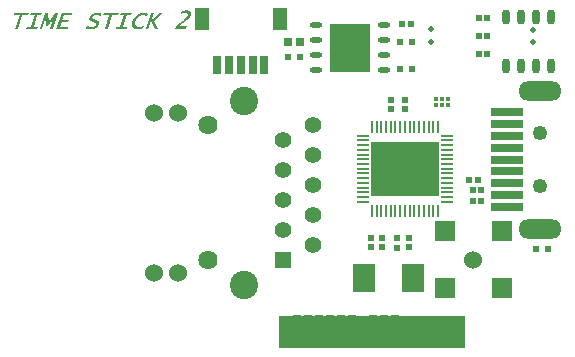
<source format=gts>
G04*
G04 #@! TF.GenerationSoftware,Altium Limited,Altium Designer,24.8.2 (39)*
G04*
G04 Layer_Color=8388736*
%FSLAX44Y44*%
%MOMM*%
G71*
G04*
G04 #@! TF.SameCoordinates,B24E7647-DC98-4454-BF0C-B73D814473A7*
G04*
G04*
G04 #@! TF.FilePolarity,Negative*
G04*
G01*
G75*
%ADD16R,0.3000X0.4000*%
%ADD17O,0.7600X1.2700*%
%ADD18R,1.7780X1.7780*%
%ADD19C,1.5240*%
%ADD20R,0.5200X0.5200*%
%ADD21R,2.7800X0.8000*%
%ADD22R,1.9000X2.4000*%
%ADD23R,0.2000X1.1000*%
%ADD24R,1.1000X0.2000*%
G04:AMPARAMS|DCode=25|XSize=1.05mm|YSize=0.45mm|CornerRadius=0.225mm|HoleSize=0mm|Usage=FLASHONLY|Rotation=0.000|XOffset=0mm|YOffset=0mm|HoleType=Round|Shape=RoundedRectangle|*
%AMROUNDEDRECTD25*
21,1,1.0500,0.0000,0,0,0.0*
21,1,0.6000,0.4500,0,0,0.0*
1,1,0.4500,0.3000,0.0000*
1,1,0.4500,-0.3000,0.0000*
1,1,0.4500,-0.3000,0.0000*
1,1,0.4500,0.3000,0.0000*
%
%ADD25ROUNDEDRECTD25*%
%ADD26R,3.5000X4.1000*%
%ADD29R,0.5811X0.4725*%
%ADD30R,0.5000X0.6000*%
%ADD31R,0.5153X0.4725*%
%ADD32R,0.4725X0.5153*%
%ADD33R,0.7000X0.6500*%
%ADD34R,0.5725X0.6153*%
%ADD35R,0.5000X0.5500*%
%ADD36R,15.8500X2.8250*%
%ADD37R,5.8000X4.6000*%
%ADD38R,0.7000X1.6500*%
%ADD39R,1.3000X1.9000*%
%ADD40R,0.6700X2.2450*%
%ADD41O,3.6600X1.6600*%
%ADD42C,1.2500*%
%ADD43C,1.6250*%
%ADD44C,2.4000*%
%ADD45C,1.5300*%
%ADD46C,1.4000*%
%ADD47R,1.4000X1.4000*%
%ADD48C,0.5000*%
%ADD49C,0.6000*%
G36*
X558369Y784694D02*
X558544D01*
X558733Y784680D01*
X558967Y784650D01*
X559215Y784621D01*
X559492Y784592D01*
X559798Y784548D01*
X560118Y784490D01*
X560454Y784432D01*
X560818Y784344D01*
X561183Y784257D01*
X561576Y784155D01*
X561970Y784038D01*
X561256Y781968D01*
X561226Y781982D01*
X561153Y782012D01*
X561051Y782041D01*
X560891Y782099D01*
X560702Y782157D01*
X560483Y782230D01*
X560235Y782318D01*
X559973Y782391D01*
X559681Y782464D01*
X559375Y782551D01*
X558733Y782682D01*
X558413Y782741D01*
X558077Y782784D01*
X557757Y782799D01*
X557436Y782813D01*
X557334D01*
X557202Y782799D01*
X557042Y782784D01*
X556853Y782770D01*
X556634Y782726D01*
X556386Y782682D01*
X556138Y782609D01*
X555876Y782522D01*
X555613Y782420D01*
X555365Y782289D01*
X555132Y782128D01*
X554913Y781939D01*
X554724Y781735D01*
X554549Y781487D01*
X554432Y781195D01*
X554418Y781166D01*
X554403Y781093D01*
X554374Y780976D01*
X554359Y780831D01*
X554345Y780656D01*
X554359Y780481D01*
X554418Y780306D01*
X554505Y780145D01*
X554520Y780131D01*
X554578Y780072D01*
X554666Y780000D01*
X554811Y779898D01*
X554899Y779825D01*
X555015Y779766D01*
X555132Y779694D01*
X555263Y779621D01*
X555424Y779548D01*
X555599Y779460D01*
X555788Y779387D01*
X555992Y779300D01*
X557232Y778804D01*
X558281Y778396D01*
X558296D01*
X558311Y778381D01*
X558383Y778352D01*
X558500Y778294D01*
X558660Y778206D01*
X558835Y778090D01*
X559025Y777944D01*
X559229Y777784D01*
X559419Y777594D01*
X559608Y777361D01*
X559783Y777113D01*
X559929Y776821D01*
X560031Y776515D01*
X560089Y776165D01*
X560104Y775976D01*
Y775771D01*
X560089Y775567D01*
X560046Y775363D01*
X560002Y775145D01*
X559929Y774911D01*
Y774897D01*
X559900Y774824D01*
X559856Y774736D01*
X559798Y774605D01*
X559725Y774445D01*
X559623Y774255D01*
X559506Y774051D01*
X559375Y773818D01*
X559215Y773585D01*
X559025Y773337D01*
X558821Y773089D01*
X558587Y772841D01*
X558325Y772593D01*
X558048Y772345D01*
X557727Y772112D01*
X557392Y771893D01*
X557377Y771879D01*
X557304Y771850D01*
X557202Y771791D01*
X557057Y771718D01*
X556882Y771631D01*
X556663Y771544D01*
X556415Y771441D01*
X556138Y771339D01*
X555832Y771237D01*
X555497Y771135D01*
X555147Y771048D01*
X554753Y770960D01*
X554359Y770887D01*
X553937Y770829D01*
X553485Y770800D01*
X553033Y770785D01*
X552858D01*
X552727Y770800D01*
X552566Y770815D01*
X552362Y770829D01*
X552129Y770844D01*
X551866Y770887D01*
X551575Y770917D01*
X551254Y770975D01*
X550904Y771033D01*
X550525Y771106D01*
X550117Y771194D01*
X549694Y771296D01*
X549242Y771412D01*
X548775Y771544D01*
X549563Y773862D01*
X549592Y773847D01*
X549679Y773818D01*
X549796Y773760D01*
X549971Y773672D01*
X550190Y773585D01*
X550438Y773483D01*
X550714Y773381D01*
X551021Y773278D01*
X551342Y773162D01*
X551677Y773060D01*
X552362Y772870D01*
X552727Y772797D01*
X553062Y772739D01*
X553412Y772695D01*
X553732Y772681D01*
X553864D01*
X553966Y772695D01*
X554097D01*
X554228Y772710D01*
X554389Y772724D01*
X554564Y772754D01*
X554943Y772812D01*
X555336Y772899D01*
X555745Y773031D01*
X556124Y773205D01*
X556138D01*
X556167Y773235D01*
X556211Y773264D01*
X556284Y773308D01*
X556444Y773424D01*
X556648Y773585D01*
X556867Y773774D01*
X557071Y774022D01*
X557261Y774299D01*
X557348Y774445D01*
X557407Y774605D01*
Y774620D01*
X557421Y774634D01*
X557436Y774707D01*
X557465Y774824D01*
X557480Y774970D01*
Y775130D01*
X557450Y775305D01*
X557392Y775480D01*
X557290Y775626D01*
X557275Y775640D01*
X557217Y775699D01*
X557173Y775742D01*
X557100Y775786D01*
X557028Y775844D01*
X556940Y775917D01*
X556823Y775990D01*
X556707Y776078D01*
X556561Y776165D01*
X556386Y776267D01*
X556197Y776369D01*
X555978Y776486D01*
X555745Y776617D01*
X555482Y776748D01*
X554286Y777142D01*
X554272Y777157D01*
X554214Y777171D01*
X554126Y777215D01*
X554024Y777259D01*
X553893Y777332D01*
X553732Y777404D01*
X553397Y777594D01*
X553033Y777827D01*
X552668Y778075D01*
X552508Y778221D01*
X552347Y778352D01*
X552216Y778512D01*
X552100Y778658D01*
Y778673D01*
X552085Y778702D01*
X552056Y778746D01*
X552027Y778804D01*
X551983Y778892D01*
X551954Y778994D01*
X551925Y779110D01*
X551895Y779241D01*
X551866Y779387D01*
X551852Y779548D01*
X551837Y779737D01*
Y779927D01*
X551866Y780131D01*
X551895Y780364D01*
X551954Y780597D01*
X552027Y780845D01*
X552041Y780860D01*
X552056Y780933D01*
X552100Y781020D01*
X552143Y781151D01*
X552216Y781297D01*
X552304Y781487D01*
X552420Y781676D01*
X552537Y781895D01*
X552683Y782114D01*
X552843Y782347D01*
X553018Y782580D01*
X553222Y782813D01*
X553456Y783047D01*
X553689Y783280D01*
X553951Y783484D01*
X554243Y783688D01*
X554257Y783703D01*
X554316Y783732D01*
X554403Y783776D01*
X554534Y783849D01*
X554680Y783922D01*
X554870Y784009D01*
X555088Y784111D01*
X555322Y784199D01*
X555584Y784301D01*
X555876Y784388D01*
X556197Y784476D01*
X556532Y784548D01*
X556882Y784621D01*
X557261Y784665D01*
X557654Y784694D01*
X558063Y784709D01*
X558238D01*
X558369Y784694D01*
D02*
G37*
G36*
X597894D02*
X598055D01*
X598244Y784680D01*
X598463Y784650D01*
X598696Y784636D01*
X598973Y784592D01*
X599250Y784548D01*
X599556Y784505D01*
X599877Y784432D01*
X600548Y784286D01*
X600897Y784184D01*
X601247Y784067D01*
X600518Y781895D01*
X600489Y781910D01*
X600431Y781939D01*
X600329Y781982D01*
X600183Y782041D01*
X600008Y782114D01*
X599819Y782187D01*
X599585Y782274D01*
X599338Y782362D01*
X599061Y782434D01*
X598769Y782522D01*
X598157Y782668D01*
X597850Y782726D01*
X597530Y782770D01*
X597209Y782799D01*
X596888Y782813D01*
X596801D01*
X596699Y782799D01*
X596567D01*
X596392Y782770D01*
X596203Y782741D01*
X595970Y782697D01*
X595722Y782638D01*
X595459Y782566D01*
X595182Y782464D01*
X594876Y782362D01*
X594570Y782216D01*
X594249Y782055D01*
X593928Y781866D01*
X593608Y781647D01*
X593287Y781399D01*
X593272Y781385D01*
X593214Y781341D01*
X593127Y781254D01*
X593010Y781151D01*
X592864Y781006D01*
X592704Y780845D01*
X592529Y780641D01*
X592339Y780422D01*
X592135Y780175D01*
X591931Y779912D01*
X591727Y779621D01*
X591523Y779300D01*
X591333Y778950D01*
X591144Y778600D01*
X590969Y778221D01*
X590823Y777813D01*
X590808Y777784D01*
X590794Y777711D01*
X590765Y777594D01*
X590721Y777448D01*
X590677Y777259D01*
X590634Y777040D01*
X590604Y776792D01*
X590561Y776530D01*
X590546Y776253D01*
Y775961D01*
Y775655D01*
X590590Y775349D01*
X590648Y775057D01*
X590721Y774751D01*
X590852Y774474D01*
X590998Y774197D01*
X591013Y774182D01*
X591042Y774139D01*
X591100Y774066D01*
X591173Y773978D01*
X591275Y773876D01*
X591406Y773760D01*
X591552Y773628D01*
X591727Y773512D01*
X591931Y773381D01*
X592164Y773249D01*
X592412Y773133D01*
X592704Y773031D01*
X593010Y772943D01*
X593345Y772870D01*
X593724Y772827D01*
X594118Y772812D01*
X594264D01*
X594366Y772827D01*
X594497Y772841D01*
X594672Y772856D01*
X594862Y772870D01*
X595095Y772899D01*
X595343Y772943D01*
X595620Y772987D01*
X595926Y773045D01*
X596261Y773118D01*
X596626Y773191D01*
X597005Y773293D01*
X597413Y773395D01*
X597850Y773526D01*
X597165Y771558D01*
X597136Y771544D01*
X597063Y771529D01*
X596932Y771485D01*
X596757Y771441D01*
X596553Y771383D01*
X596305Y771310D01*
X596028Y771237D01*
X595736Y771179D01*
X595401Y771106D01*
X595066Y771033D01*
X594366Y770902D01*
X593637Y770815D01*
X593287Y770800D01*
X592937Y770785D01*
X592806D01*
X592718Y770800D01*
X592631D01*
X592427Y770815D01*
X592164Y770844D01*
X591873Y770887D01*
X591537Y770946D01*
X591188Y771019D01*
X590823Y771121D01*
X590458Y771252D01*
X590079Y771398D01*
X589715Y771587D01*
X589365Y771806D01*
X589044Y772054D01*
X588738Y772345D01*
X588476Y772681D01*
X588461Y772710D01*
X588417Y772768D01*
X588359Y772870D01*
X588286Y773031D01*
X588213Y773220D01*
X588126Y773439D01*
X588038Y773716D01*
X587965Y774022D01*
X587907Y774357D01*
X587849Y774736D01*
X587834Y775145D01*
Y775597D01*
X587878Y776063D01*
X587951Y776573D01*
X588068Y777113D01*
X588242Y777682D01*
Y777696D01*
X588257Y777711D01*
X588272Y777754D01*
X588301Y777813D01*
X588330Y777900D01*
X588359Y777988D01*
X588447Y778206D01*
X588563Y778469D01*
X588724Y778775D01*
X588899Y779110D01*
X589103Y779489D01*
X589336Y779883D01*
X589598Y780291D01*
X589905Y780714D01*
X590240Y781137D01*
X590604Y781560D01*
X590998Y781982D01*
X591435Y782376D01*
X591902Y782755D01*
X591917D01*
X591931Y782784D01*
X592019Y782843D01*
X592164Y782930D01*
X592354Y783061D01*
X592602Y783207D01*
X592893Y783367D01*
X593214Y783557D01*
X593593Y783732D01*
X593987Y783922D01*
X594424Y784097D01*
X594905Y784257D01*
X595401Y784403D01*
X595911Y784534D01*
X596451Y784621D01*
X597019Y784694D01*
X597588Y784709D01*
X597763D01*
X597894Y784694D01*
D02*
G37*
G36*
X606350Y778104D02*
X610170Y771092D01*
X607487D01*
X604003Y777667D01*
X601772Y771092D01*
X599367D01*
X603886Y784403D01*
X606292D01*
X604149Y778075D01*
X611395Y784403D01*
X613698D01*
X606350Y778104D01*
D02*
G37*
G36*
X520841Y771092D02*
X518800D01*
X522235Y781196D01*
X517152Y773818D01*
X515184D01*
X515068Y780981D01*
X511714Y771092D01*
X509921D01*
X514440Y784403D01*
X517182D01*
X517306Y776869D01*
X522518Y784403D01*
X525361D01*
X520841Y771092D01*
D02*
G37*
G36*
X634416Y786735D02*
X634562D01*
X634737Y786721D01*
X634926Y786692D01*
X635145Y786648D01*
X635378Y786604D01*
X635626Y786546D01*
X635874Y786458D01*
X636136Y786371D01*
X636384Y786254D01*
X636618Y786123D01*
X636836Y785963D01*
X637040Y785773D01*
X637230Y785569D01*
X637244Y785555D01*
X637274Y785511D01*
X637317Y785452D01*
X637361Y785350D01*
X637419Y785234D01*
X637492Y785102D01*
X637551Y784942D01*
X637609Y784753D01*
X637667Y784534D01*
X637696Y784301D01*
X637726Y784053D01*
X637740Y783776D01*
X637726Y783484D01*
X637682Y783178D01*
X637609Y782843D01*
X637507Y782493D01*
Y782478D01*
X637492Y782434D01*
X637463Y782376D01*
X637419Y782289D01*
X637376Y782172D01*
X637317Y782055D01*
X637259Y781910D01*
X637172Y781749D01*
X636982Y781399D01*
X636749Y781006D01*
X636457Y780597D01*
X636122Y780189D01*
X636107Y780175D01*
X636078Y780145D01*
X636020Y780087D01*
X635947Y780000D01*
X635845Y779898D01*
X635728Y779781D01*
X635582Y779650D01*
X635422Y779489D01*
X635233Y779329D01*
X635028Y779139D01*
X634795Y778950D01*
X634547Y778746D01*
X634270Y778527D01*
X633979Y778308D01*
X633658Y778075D01*
X633323Y777827D01*
X632215Y777025D01*
X632200D01*
X632185Y776996D01*
X632142Y776967D01*
X632083Y776938D01*
X631937Y776821D01*
X631733Y776661D01*
X631485Y776486D01*
X631208Y776267D01*
X630902Y776019D01*
X630582Y775757D01*
X630246Y775465D01*
X629911Y775159D01*
X629576Y774853D01*
X629255Y774532D01*
X628934Y774197D01*
X628657Y773876D01*
X628409Y773556D01*
X628190Y773235D01*
X634270D01*
X633541Y771092D01*
X624691D01*
X625362Y773074D01*
X625391Y773103D01*
X625464Y773191D01*
X625581Y773322D01*
X625741Y773497D01*
X625945Y773716D01*
X626193Y773978D01*
X626485Y774270D01*
X626820Y774605D01*
X627199Y774955D01*
X627593Y775349D01*
X628045Y775742D01*
X628511Y776165D01*
X629022Y776603D01*
X629576Y777055D01*
X630144Y777506D01*
X630742Y777959D01*
X631937Y778848D01*
X631967Y778862D01*
X632040Y778935D01*
X632156Y779023D01*
X632317Y779154D01*
X632506Y779314D01*
X632725Y779504D01*
X632958Y779723D01*
X633206Y779956D01*
X633468Y780218D01*
X633716Y780495D01*
X633979Y780801D01*
X634212Y781108D01*
X634431Y781428D01*
X634635Y781749D01*
X634810Y782085D01*
X634941Y782420D01*
Y782434D01*
X634955Y782464D01*
X634970Y782522D01*
X634999Y782609D01*
X635014Y782697D01*
X635043Y782799D01*
X635072Y783061D01*
X635101Y783338D01*
X635087Y783630D01*
X635057Y783776D01*
X635014Y783922D01*
X634970Y784053D01*
X634897Y784184D01*
Y784199D01*
X634883Y784213D01*
X634810Y784286D01*
X634708Y784403D01*
X634547Y784519D01*
X634343Y784636D01*
X634081Y784753D01*
X633920Y784796D01*
X633745Y784826D01*
X633570Y784855D01*
X633220D01*
X633118Y784840D01*
X632973Y784826D01*
X632798Y784796D01*
X632594Y784767D01*
X632360Y784723D01*
X632083Y784665D01*
X631792Y784592D01*
X631471Y784519D01*
X631106Y784417D01*
X630727Y784286D01*
X630305Y784155D01*
X629867Y783994D01*
X629386Y783805D01*
X630101Y785890D01*
X630130Y785904D01*
X630202Y785934D01*
X630319Y785963D01*
X630494Y786021D01*
X630684Y786094D01*
X630932Y786167D01*
X631194Y786240D01*
X631485Y786327D01*
X631792Y786400D01*
X632113Y786473D01*
X632812Y786619D01*
X633162Y786677D01*
X633512Y786706D01*
X633862Y786735D01*
X634212Y786750D01*
X634299D01*
X634416Y786735D01*
D02*
G37*
G36*
X587280Y782507D02*
X583810D01*
X580574Y772987D01*
X584044D01*
X583402Y771092D01*
X574057D01*
X574698Y772987D01*
X578168D01*
X581405Y782507D01*
X577935D01*
X578576Y784403D01*
X587922D01*
X587280Y782507D01*
D02*
G37*
G36*
X576112D02*
X571141D01*
X567262Y771092D01*
X564857D01*
X568735Y782507D01*
X563778D01*
X564419Y784403D01*
X576754D01*
X576112Y782507D01*
D02*
G37*
G36*
X536820D02*
X530099D01*
X528904Y778994D01*
X534604D01*
X533963Y777098D01*
X528262D01*
X526862Y772987D01*
X534050D01*
X533409Y771092D01*
X523815D01*
X528335Y784403D01*
X537462D01*
X536820Y782507D01*
D02*
G37*
G36*
X511262D02*
X507792D01*
X504556Y772987D01*
X508026D01*
X507384Y771092D01*
X498038D01*
X498680Y772987D01*
X502150D01*
X505387Y782507D01*
X501917D01*
X502558Y784403D01*
X511904D01*
X511262Y782507D01*
D02*
G37*
G36*
X500094D02*
X495122D01*
X491244Y771092D01*
X488839D01*
X492717Y782507D01*
X487760D01*
X488401Y784403D01*
X500736D01*
X500094Y782507D01*
D02*
G37*
D16*
X855500Y706520D02*
D03*
X850500D02*
D03*
X845500D02*
D03*
Y712020D02*
D03*
X850500D02*
D03*
X855500D02*
D03*
D17*
X917300Y781000D02*
D03*
X904600D02*
D03*
X917300Y740000D02*
D03*
X904600D02*
D03*
X930000Y740000D02*
D03*
X942700D02*
D03*
Y781000D02*
D03*
X930000D02*
D03*
D18*
X852555Y599839D02*
D03*
X900815D02*
D03*
X852555Y551579D02*
D03*
X900815D02*
D03*
D19*
X876685Y575709D02*
D03*
D20*
X790000Y594000D02*
D03*
Y586000D02*
D03*
X822500D02*
D03*
Y594000D02*
D03*
D21*
X905050Y700400D02*
D03*
Y620400D02*
D03*
Y690400D02*
D03*
Y680400D02*
D03*
Y670400D02*
D03*
Y660400D02*
D03*
Y650400D02*
D03*
Y640400D02*
D03*
Y630400D02*
D03*
D22*
X784500Y560000D02*
D03*
X825500D02*
D03*
D23*
X790960Y688220D02*
D03*
X794960D02*
D03*
X798960D02*
D03*
X802960D02*
D03*
X806960D02*
D03*
X810960D02*
D03*
X814960D02*
D03*
X818960D02*
D03*
X822960D02*
D03*
X826960D02*
D03*
X830960D02*
D03*
X834960D02*
D03*
X838960D02*
D03*
X842960D02*
D03*
X846960D02*
D03*
Y617220D02*
D03*
X842960D02*
D03*
X838960D02*
D03*
X834960D02*
D03*
X830960D02*
D03*
X826960D02*
D03*
X822960D02*
D03*
X818960D02*
D03*
X814960D02*
D03*
X810960D02*
D03*
X806960D02*
D03*
X802960D02*
D03*
X798960D02*
D03*
X794960D02*
D03*
X790960D02*
D03*
D24*
X854460Y680720D02*
D03*
Y676720D02*
D03*
Y672720D02*
D03*
Y668720D02*
D03*
Y664720D02*
D03*
Y660720D02*
D03*
Y656720D02*
D03*
Y652720D02*
D03*
Y648720D02*
D03*
Y644720D02*
D03*
Y640720D02*
D03*
Y636720D02*
D03*
Y632720D02*
D03*
Y628720D02*
D03*
Y624720D02*
D03*
X783460D02*
D03*
Y628720D02*
D03*
Y632720D02*
D03*
Y636720D02*
D03*
Y640720D02*
D03*
Y644720D02*
D03*
Y648720D02*
D03*
Y652720D02*
D03*
Y656720D02*
D03*
Y660720D02*
D03*
Y664720D02*
D03*
Y668720D02*
D03*
Y672720D02*
D03*
Y676720D02*
D03*
Y680720D02*
D03*
D25*
X744000Y774050D02*
D03*
Y761350D02*
D03*
Y748650D02*
D03*
Y735950D02*
D03*
X801000D02*
D03*
Y748650D02*
D03*
Y761350D02*
D03*
Y774050D02*
D03*
D26*
X772500Y755000D02*
D03*
D29*
X888655Y780000D02*
D03*
X881345D02*
D03*
Y750000D02*
D03*
X888655D02*
D03*
X881345Y765000D02*
D03*
X888655D02*
D03*
D30*
X815000Y737500D02*
D03*
X825000D02*
D03*
X815000Y760000D02*
D03*
X825000D02*
D03*
X730000Y747500D02*
D03*
X720000D02*
D03*
X940000Y585000D02*
D03*
X930000D02*
D03*
D31*
X881176Y643429D02*
D03*
X873604D02*
D03*
X823786Y775000D02*
D03*
X816214D02*
D03*
X876214Y635000D02*
D03*
X883786D02*
D03*
X876214Y625000D02*
D03*
X883786D02*
D03*
D32*
X807127Y703149D02*
D03*
Y710721D02*
D03*
X818960Y710639D02*
D03*
Y703068D02*
D03*
D33*
X720250Y760000D02*
D03*
X729750D02*
D03*
D34*
X812500Y594286D02*
D03*
Y585714D02*
D03*
D35*
X800000Y586250D02*
D03*
Y593750D02*
D03*
D36*
X790750Y514625D02*
D03*
D37*
X818960Y652720D02*
D03*
D38*
X660000Y740625D02*
D03*
X670000D02*
D03*
X680000D02*
D03*
X700000D02*
D03*
X690000D02*
D03*
D39*
X647000Y779375D02*
D03*
X713000D02*
D03*
D40*
X791735Y517680D02*
D03*
X810558D02*
D03*
X801146D02*
D03*
X764896D02*
D03*
X774308D02*
D03*
X746073D02*
D03*
X755485D02*
D03*
X736662D02*
D03*
X727250D02*
D03*
D41*
X933450Y601900D02*
D03*
Y718900D02*
D03*
D42*
Y637900D02*
D03*
Y682900D02*
D03*
D43*
X652500Y689300D02*
D03*
Y575000D02*
D03*
D44*
X683000Y709650D02*
D03*
Y554650D02*
D03*
D45*
X606800Y564300D02*
D03*
X627100D02*
D03*
X606800Y700000D02*
D03*
X627100D02*
D03*
D46*
X741400Y689300D02*
D03*
X716000Y676600D02*
D03*
X741400Y663900D02*
D03*
X716000Y651200D02*
D03*
X741400Y638500D02*
D03*
X716000Y625800D02*
D03*
X741400Y613100D02*
D03*
X716000Y600400D02*
D03*
X741400Y587700D02*
D03*
D47*
X716000Y575000D02*
D03*
D48*
X840818Y771170D02*
D03*
Y760170D02*
D03*
X927682Y760330D02*
D03*
X927680Y770000D02*
D03*
D49*
X782500D02*
D03*
Y760000D02*
D03*
Y750000D02*
D03*
Y740000D02*
D03*
X762500Y770000D02*
D03*
Y760000D02*
D03*
Y750000D02*
D03*
Y740000D02*
D03*
X772500Y770000D02*
D03*
Y760000D02*
D03*
Y750000D02*
D03*
Y740000D02*
D03*
X828949Y668354D02*
D03*
Y658353D02*
D03*
X838949Y668354D02*
D03*
X798949D02*
D03*
Y658353D02*
D03*
Y638353D02*
D03*
Y648353D02*
D03*
X808949Y658353D02*
D03*
Y638353D02*
D03*
Y648353D02*
D03*
X828949Y638353D02*
D03*
X818949D02*
D03*
X828949Y648353D02*
D03*
X838949Y638353D02*
D03*
X818949Y648353D02*
D03*
Y668354D02*
D03*
X838949Y648353D02*
D03*
X808949Y668354D02*
D03*
X838949Y658353D02*
D03*
X818949D02*
D03*
M02*

</source>
